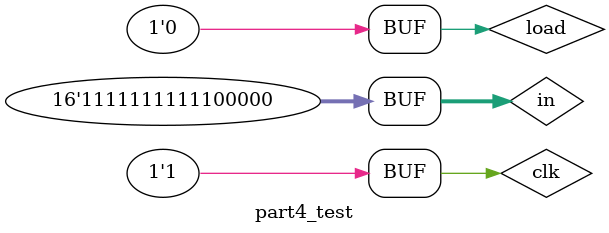
<source format=v>
`timescale 1ns / 1ps


module sr_latch_test();
    reg S,R;
    wire q,qc;
    sr_latch SR(S,R,q,qc);
    
    initial begin
        S = 1; R= 0; #200;
        S = 0; R= 0; #200;
        S = 0; R= 1; #200;
        S = 0; R= 0; #200;
        S = 1; R= 1; #200;
    end
endmodule

module sr_latch_with_en_test();
    reg S,R,EN;
    wire q,qc;
    sr_latch_with_en SR(S,R,EN,q,qc);
    
    initial begin
        S = 0; R= 0; EN = 0; #100;
        S = 0; R= 1; EN = 0; #100;
        S = 1; R= 0; EN = 0; #100;
        S = 1; R= 1; EN = 0; #100;
        S = 1; R= 0; EN = 1; #100;
        S = 0; R= 0; EN = 1;#100;
        S = 0; R= 1; EN = 1;#100;
        S = 0; R= 0; EN = 1;#100;
        S = 1; R= 1; EN = 1;#100;
    end
endmodule

 
 module dff_test();
 
    reg D, CLK;
    
    wire Q,Qc;
    
    d_ff DFF(D,CLK,Q,Qc);
    
    initial begin
    CLK = 0; D=0; #125;
    CLK = 1; D=0; #125;
    CLK = 0; D=1; #125;
    CLK = 1; D=1; #125;
    CLK = 0; D = 0; #125;
    CLK = 1; D= 1; #125;
    CLK = 0; D = 0; #125;
    CLK = 0; D = 0; #125;
    
    end
    endmodule

module d_latch_test();
//1/2 frequency
reg D, EN;
wire Q,Qc;

d_latch DL(D,EN,Q,Qc);

initial begin
EN = 1;D = 1;#125;
EN = 1; D = 0; #125;
EN = 0; D = 0; #125;
EN = 0; D = 1; #125;
end
endmodule
module part4_test();
reg load;
reg clk;
reg [15:0] in;
wire out;
part4 p(load,clk,in,out);

initial begin
load = 1; clk = 0; in = 16'b1111111111100000; #60;
load = 1; clk = 1; in = 16'b1111111111100000;#60;
load = 0; clk = 0; in = 16'b1111111111100000; #60;
load = 0; clk = 1; in = 16'b1111111111100000;#60;
load = 0; clk = 0; in = 16'b1111111111100000;#60;
load = 0; clk = 1; in = 16'b1111111111100000; #60;
load = 0; clk = 0; in = 16'b1111111111100000;#60;
load = 0; clk = 1; in = 16'b1111111111100000;#60;
load = 0; clk = 0; in = 16'b1111111111100000; #60;
load = 0; clk = 1; in = 16'b1111111111100000;#60;
load = 0; clk = 0; in = 16'b1111111111100000;#60;
load = 0; clk = 1; in = 16'b1111111111100000;#60;
load = 0; clk = 0; in = 16'b1111111111100000; #60;
load = 0; clk = 1; in = 16'b1111111111100000;#60;
load = 0; clk = 0; in = 16'b1111111111100000; #60;
load = 0; clk = 1; in = 16'b1111111111100000; #60;
load = 0; clk = 0; in = 16'b1111111111100000;#60;
load = 0; clk = 1; in = 16'b1111111111100000;#60;
load = 0; clk = 0; in = 16'b1111111111100000; #60;
load = 0; clk = 1; in = 16'b1111111111100000;#60;
load = 0; clk = 0; in = 16'b1111111111100000; #60;
load = 0; clk = 1; in = 16'b1111111111100000; #60;
load = 0; clk = 0; in = 16'b1111111111100000;#60;
load = 0; clk = 1; in = 16'b1111111111100000;#60;
load = 0; clk = 0; in = 16'b1111111111100000; #60;
load = 0; clk = 1; in = 16'b1111111111100000;#60;
load = 0; clk = 0; in = 16'b1111111111100000;#60;
load = 0; clk = 1; in = 16'b1111111111100000; #60;
load = 0; clk = 0; in = 16'b1111111111100000;#60;
load = 0; clk = 1; in = 16'b1111111111100000;#60;
load = 0; clk = 0; in = 16'b1111111111100000; #60;
load = 0; clk = 1; in = 16'b1111111111100000;#60;
load = 0; clk = 0; in = 16'b1111111111100000;#60;
load = 0; clk = 1; in = 16'b1111111111100000;#60;
load = 0; clk = 0; in = 16'b1111111111100000; #60;
load = 0; clk = 1; in = 16'b1111111111100000;#60;
load = 0; clk = 0; in = 16'b1111111111100000; #60;
load = 0; clk = 1; in = 16'b1111111111100000; #60;
load = 0; clk = 0; in = 16'b1111111111100000;#60;
load = 0; clk = 1; in = 16'b1111111111100000;#60;
load = 0; clk = 0; in = 16'b1111111111100000; #60;
load = 0; clk = 1; in = 16'b1111111111100000;#60;
load = 0; clk = 0; in = 16'b1111111111100000; #60;
load = 0; clk = 1; in = 16'b1111111111100000; #60;
load = 0; clk = 0; in = 16'b1111111111100000;#60;
load = 0; clk = 1; in = 16'b1111111111100000;#60;
load = 0; clk = 0; in = 16'b1111111111100000; #60;
load = 0; clk = 1; in = 16'b1111111111100000;#60;
load = 0; clk = 0; in = 16'b1111111111100000; #60;
load = 0; clk = 1; in = 16'b1111111111100000;#60;
load = 0; clk = 0; in = 16'b1111111111100000; #60;
load = 0; clk = 1; in = 16'b1111111111100000; #60;
load = 0; clk = 0; in = 16'b1111111111100000;#60;
load = 0; clk = 1; in = 16'b1111111111100000;#60;
load = 0; clk = 0; in = 16'b1111111111100000; #60;
load = 0; clk = 1; in = 16'b1111111111100000;#60;
end

endmodule

</source>
